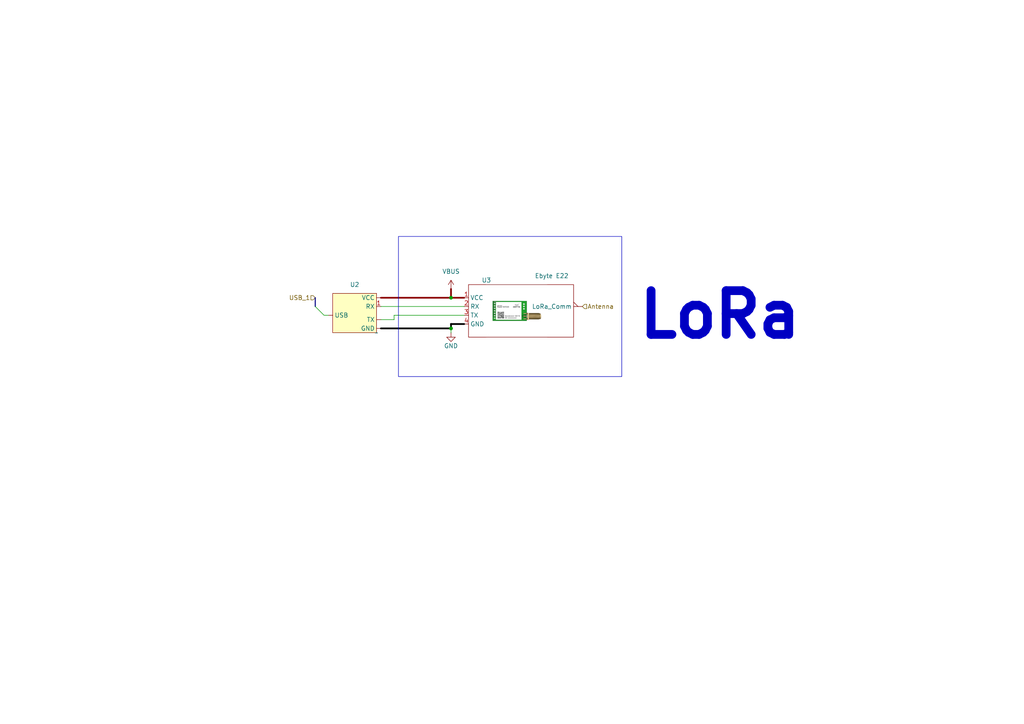
<source format=kicad_sch>
(kicad_sch (version 20230121) (generator eeschema)
  (paper "A4")
  (title_block (title "BlackBox Diagram of Autonomous Rover using LoRa Based RTK ") (date "2024-10-13") (comment 9 "TOLGA"))
  (lib_symbols
    (symbol "Sparkfun_IMU_Razor_2"
      (property "Reference" "U10" (at 3.81 1.27 0))
      (property "Value" "Ebyte E22" (at 24.13 2.54 0))
      (symbol "Sparkfun_IMU_Razor_2_0_1"
        (rectangle (start 0 0) (end 30.48 -15.24))
      )
      (symbol "Sparkfun_IMU_Razor_2_1_1"
        (pin bidirectional output_low (at 33.02 -6.35 180) (length 2.54) (name "LoRa_Comm") (number ""))
        (pin power_in line (at -1.27 -3.81 0) (length 1.27) (name "VCC") (number "1"))
        (pin input line (at -1.27 -6.35 0) (length 1.27) (name "RX") (number "2"))
        (pin output line (at -1.27 -8.89 0) (length 1.27) (name "TX") (number "3"))
        (pin passive line (at -1.27 -11.43 0) (length 1.27) (name "GND") (number "4"))
      )
    )
    (symbol "bitirme:USBtoTTL" (in_bom no) (on_board no)
      (property "Reference" "U13" (at 6.35 -13.97 0))
      (property "Value" "~" (at 0 0 0))
      (symbol "USBtoTTL_1_1"
        (rectangle (start 0 0) (end 12.7 -11.43) (fill (type background)))
        (pin input line (at -1.27 -1.27 0) (length 1.27) (name "GND") (number ""))
        (pin input line (at -1.27 -3.81 0) (length 1.27) (name "TX") (number ""))
        (pin output line (at 13.97 -5.08 180) (length 1.27) (name "USB") (number ""))
        (pin input line (at -1.27 -10.16 0) (length 1.27) (name "VCC") (number ""))
        (pin input line (at -1.27 -7.62 0) (length 1.27) (name "RX") (number "1"))
      )
    )
    (symbol "power:GND" (power) (pin_names (offset 0))
      (property "Value" "GND" (at 0 -3.81 0))
      (symbol "GND_0_1"
        (polyline (pts (xy 0 0) (xy 0 -1.27) (xy 1.27 -1.27) (xy 0 -2.54) (xy -1.27 -1.27) (xy 0 -1.27)))
      )
      (symbol "GND_1_1"
        (pin power_in line (at 0 0 270) (length 0) hide (name "GND") (number "1"))
      )
    )
    (symbol "power:VBUS" (power) (pin_names (offset 0))
      (property "Value" "VBUS" (at 0 3.81 0))
      (symbol "VBUS_0_1"
        (polyline (pts (xy -0.762 1.27) (xy 0 2.54)))
        (polyline (pts (xy 0 0) (xy 0 2.54)))
        (polyline (pts (xy 0 2.54) (xy 0.762 1.27)))
      )
      (symbol "VBUS_1_1"
        (pin power_in line (at 0 0 90) (length 0) hide (name "VBUS") (number "1"))
      )
    )
  )
  (junction (at 130.81 86.36))
  (junction (at 130.81 95.25))
  (bus_entry (at 91.44 88.9) (size 2.54 2.54))
  (wire (pts (xy 114.3 92.71) (xy 114.3 91.44)))
  (wire (pts (xy 110.49 86.36) (xy 130.81 86.36)) (stroke (width 0.5) (color 132 0 0 1)))
  (wire (pts (xy 110.49 88.9) (xy 134.62 88.9)))
  (wire (pts (xy 130.81 86.36) (xy 134.62 86.36)) (stroke (width 0.5) (color 132 0 0 1)))
  (wire (pts (xy 130.81 83.82) (xy 130.81 86.36)) (stroke (width 0.5) (color 132 0 0 1)))
  (wire (pts (xy 93.98 91.44) (xy 95.25 91.44)))
  (wire (pts (xy 134.62 91.44) (xy 114.3 91.44)))
  (wire (pts (xy 130.81 93.98) (xy 134.62 93.98)) (stroke (width 0.5) (color 0 0 0 1)))
  (wire (pts (xy 130.81 96.52) (xy 130.81 95.25)))
  (wire (pts (xy 110.49 95.25) (xy 130.81 95.25)) (stroke (width 0.5) (color 0 0 0 1)))
  (wire (pts (xy 114.3 92.71) (xy 110.49 92.71)))
  (bus (pts (xy 91.44 86.36) (xy 91.44 88.9)))
  (wire (pts (xy 130.81 95.25) (xy 130.81 93.98)) (stroke (width 0.5) (color 0 0 0 1)))
  (rectangle (start 115.57 68.58) (end 180.34 109.22))
  (image (at 149.86 90.17) (scale 0.522785))
  (text "LoRa\n\n" (at 184.15 119.38 0) (effects (font (size 12.7 12.7) (thickness 2.54) bold) (justify left bottom)))
  (hierarchical_label "USB_1" (shape input) (at 91.44 86.36 180))
  (hierarchical_label "Antenna" (shape input) (at 168.91 88.9 0))
  (symbol (lib_id "power:GND") (at 130.81 96.52 0) (unit 1)
    (property "Reference" "#PWR02" (effects hide))
    (property "Value" "GND" (at 130.81 100.33 0))
  )
  (symbol (lib_name "Sparkfun_IMU_Razor_2") (lib_id "bitirme:Sparkfun_IMU_Razor") (at 135.89 82.55 0) (unit 1)
    (property "Reference" "U3" (at 139.7 81.28 0) (effects (justify left)))
    (property "Value" "Ebyte E22" (at 160.02 80.01 0))
    (property "Datasheet" "https://www.cdebyte.com/pdf-down.aspx?id=1463" (effects hide))
    (property "Website" "https://shop.fixaj.com/e22-900t22d-7km-menzilli-900mhz-sx1262-lora-modulu" (effects hide))
  )
  (symbol (lib_id "power:VBUS") (at 130.81 83.82 0) (unit 1)
    (property "Reference" "#PWR01" (effects hide))
    (property "Value" "VBUS" (at 130.81 78.74 0))
  )
  (symbol (lib_id "bitirme:USBtoTTL") (at 109.22 96.52 180) (unit 1) (in_bom no) (on_board no)
    (property "Reference" "U2" (at 102.87 82.55 0))
    (property "Value" "~" (at 109.22 96.52 0))
  )
)
</source>
